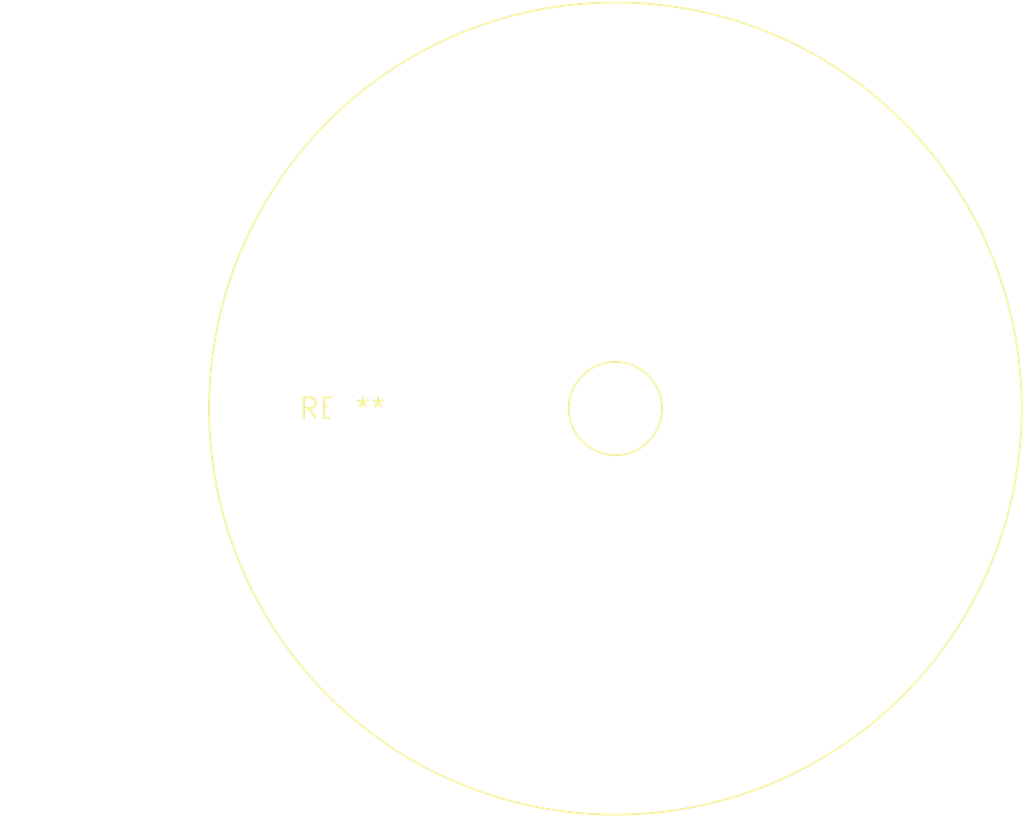
<source format=kicad_pcb>
(kicad_pcb (version 20240108) (generator pcbnew)
  (layers (0 "F.Cu" signal) (31 "B.Cu" signal) (34 "B.Paste" user) (35 "F.Paste" user) (36 "B.SilkS" user "B.Silkscreen") (37 "F.SilkS" user "F.Silkscreen") (38 "B.Mask" user) (39 "F.Mask" user) (44 "Edge.Cuts" user))
  (net 0 "")
  (footprint "L_Radial_D50.8mm_P34.29mm_Vishay_IHB-6" (layer "F.Cu") (at 0 0)
    (property "Reference" "REF**")
    (property "Value" "L_Radial_D50.8mm_P34.29mm_Vishay_IHB-6")
    (fp_circle (center 17.145 0) (end 20.075 0) (layer "F.SilkS") (stroke (width 0.12)) (fill none))
    (fp_circle (center 17.145 0) (end 42.665 0) (layer "F.SilkS") (stroke (width 0.12)) (fill none))
    (pad "1" thru_hole circle (at 0 0) (size 3.8 3.8) (drill 1.9) (layers *.Cu *.Mask) (remove_unused_layers))
    (pad "2" thru_hole circle (at 34.29 0) (size 3.8 3.8) (drill 1.9) (layers *.Cu *.Mask) (remove_unused_layers))
  )
)
</source>
